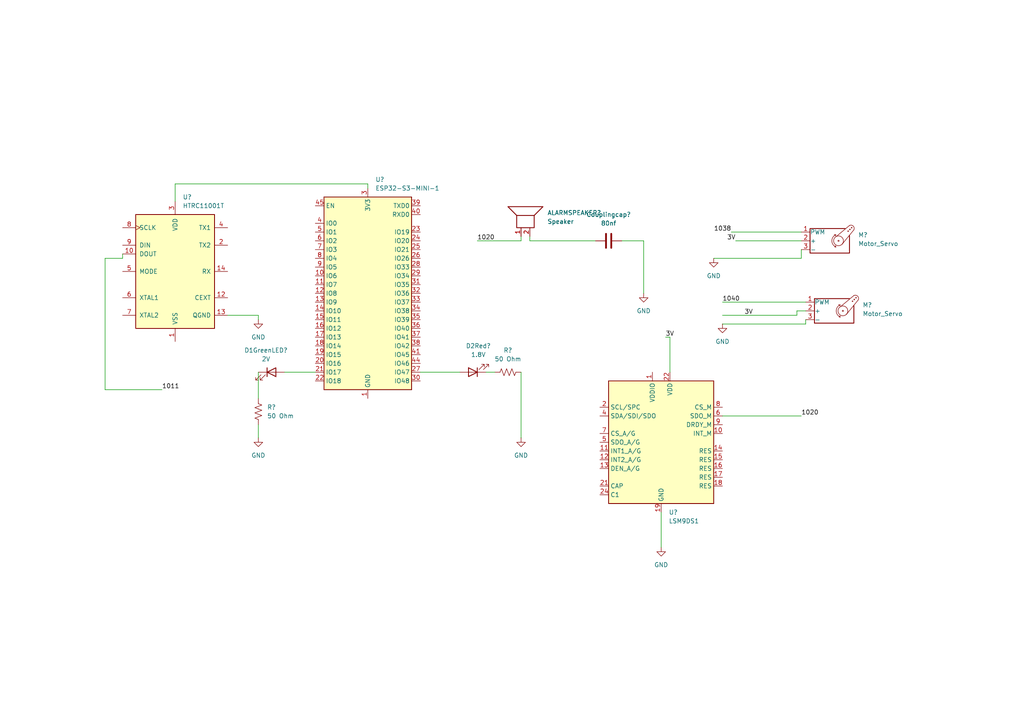
<source format=kicad_sch>
(kicad_sch (version 20231120) (generator "eeschema") (generator_version "8.0")
  (paper "A4")
  (lib_symbols
    (symbol "Device:C" (pin_numbers hide) (pin_names (offset 0.254))
      (property "Reference" "C" (at 0.635 2.54 0))
      (property "Value" "C" (at 0.635 -2.54 0))
      (symbol "C_0_1"
        (polyline (pts (xy -2.032 -0.762) (xy 2.032 -0.762)) (stroke (width 0.508)))
        (polyline (pts (xy -2.032 0.762) (xy 2.032 0.762)) (stroke (width 0.508)))
      )
      (symbol "C_1_1"
        (pin passive line (at 0 3.81 270) (length 2.794) (name "~") (number "1"))
        (pin passive line (at 0 -3.81 90) (length 2.794) (name "~") (number "2"))
      )
    )
    (symbol "Device:LED" (pin_numbers hide) (pin_names (offset 1.016) hide)
      (property "Reference" "D" (at 0 2.54 0))
      (property "Value" "LED" (at 0 -2.54 0))
      (symbol "LED_0_1"
        (polyline (pts (xy -1.27 -1.27) (xy -1.27 1.27)) (stroke (width 0.254)))
        (polyline (pts (xy -1.27 0) (xy 1.27 0)))
        (polyline (pts (xy 1.27 -1.27) (xy 1.27 1.27) (xy -1.27 0) (xy 1.27 -1.27)) (stroke (width 0.254)))
        (polyline (pts (xy -3.048 -0.762) (xy -4.572 -2.286) (xy -3.81 -2.286) (xy -4.572 -2.286) (xy -4.572 -1.524)))
        (polyline (pts (xy -1.778 -0.762) (xy -3.302 -2.286) (xy -2.54 -2.286) (xy -3.302 -2.286) (xy -3.302 -1.524)))
      )
      (symbol "LED_1_1"
        (pin passive line (at -3.81 0 0) (length 2.54) (name "K") (number "1"))
        (pin passive line (at 3.81 0 180) (length 2.54) (name "A") (number "2"))
      )
    )
    (symbol "Device:R_US" (pin_numbers hide) (pin_names (offset 0))
      (property "Reference" "R" (at 2.54 0 90))
      (property "Value" "R_US" (at -2.54 0 90))
      (symbol "R_US_0_1"
        (polyline (pts (xy 0 -2.286) (xy 0 -2.54)))
        (polyline (pts (xy 0 2.286) (xy 0 2.54)))
        (polyline (pts (xy 0 -0.762) (xy 1.016 -1.143) (xy 0 -1.524) (xy -1.016 -1.905) (xy 0 -2.286)))
        (polyline (pts (xy 0 0.762) (xy 1.016 0.381) (xy 0 0) (xy -1.016 -0.381) (xy 0 -0.762)))
        (polyline (pts (xy 0 2.286) (xy 1.016 1.905) (xy 0 1.524) (xy -1.016 1.143) (xy 0 0.762)))
      )
      (symbol "R_US_1_1"
        (pin passive line (at 0 3.81 270) (length 1.27) (name "~") (number "1"))
        (pin passive line (at 0 -3.81 90) (length 1.27) (name "~") (number "2"))
      )
    )
    (symbol "Device:Speaker" (pin_names (offset 0) hide)
      (property "Reference" "LS" (at 1.27 5.715 0))
      (property "Value" "Speaker" (at 1.27 3.81 0))
      (symbol "Speaker_0_0"
        (rectangle (start -2.54 1.27) (end 1.016 -3.81) (stroke (width 0.254)))
        (polyline (pts (xy 1.016 1.27) (xy 3.556 3.81) (xy 3.556 -6.35) (xy 1.016 -3.81)) (stroke (width 0.254)))
      )
      (symbol "Speaker_1_1"
        (pin input line (at -5.08 0 0) (length 2.54) (name "1") (number "1"))
        (pin input line (at -5.08 -2.54 0) (length 2.54) (name "2") (number "2"))
      )
    )
    (symbol "Motor:Motor_Servo" (pin_names (offset 0.0254))
      (property "Reference" "M" (at -5.08 4.445 0))
      (property "Value" "Motor_Servo" (at -5.08 -4.064 0))
      (symbol "Motor_Servo_0_1"
        (polyline (pts (xy 2.413 -1.778) (xy 2.032 -1.778)))
        (polyline (pts (xy 2.413 -1.778) (xy 2.286 -1.397)))
        (polyline (pts (xy 2.413 1.778) (xy 1.905 1.778)))
        (polyline (pts (xy 2.413 1.778) (xy 2.286 1.397)))
        (polyline (pts (xy 6.35 4.445) (xy 2.54 1.27)))
        (polyline (pts (xy 7.62 3.175) (xy 4.191 -1.016)))
        (polyline (pts (xy 5.08 3.556) (xy -5.08 3.556) (xy -5.08 -3.556) (xy 6.35 -3.556) (xy 6.35 1.524)) (stroke (width 0.254)))
        (arc (start 2.413 1.778) (mid 1.2406 0) (end 2.413 -1.778))
        (circle (center 3.175 0) (radius 0.1778))
        (circle (center 3.175 0) (radius 1.4224))
        (circle (center 5.969 2.794) (radius 0.127))
        (circle (center 6.477 3.302) (radius 0.127))
        (circle (center 6.985 3.81) (radius 0.127))
        (arc (start 7.62 3.175) (mid 7.4485 4.2735) (end 6.35 4.445))
      )
      (symbol "Motor_Servo_1_1"
        (pin passive line (at -7.62 2.54 0) (length 2.54) (name "PWM") (number "1"))
        (pin passive line (at -7.62 0 0) (length 2.54) (name "+") (number "2"))
        (pin passive line (at -7.62 -2.54 0) (length 2.54) (name "-") (number "3"))
      )
    )
    (symbol "RF_Module:ESP32-S3-MINI-1"
      (property "Reference" "U" (at -11.43 29.21 0))
      (property "Value" "ESP32-S3-MINI-1" (at 12.7 29.21 0))
      (symbol "ESP32-S3-MINI-1_0_1"
        (rectangle (start -12.7 27.94) (end 12.7 -27.94) (stroke (width 0.254)) (fill (type background)))
      )
      (symbol "ESP32-S3-MINI-1_1_1"
        (pin power_in line (at 0 -30.48 90) (length 2.54) (name "GND") (number "1"))
        (pin bidirectional line (at -15.24 5.08 0) (length 2.54) (name "IO6") (number "10"))
        (pin bidirectional line (at -15.24 2.54 0) (length 2.54) (name "IO7") (number "11"))
        (pin bidirectional line (at -15.24 0 0) (length 2.54) (name "IO8") (number "12"))
        (pin bidirectional line (at -15.24 -2.54 0) (length 2.54) (name "IO9") (number "13"))
        (pin bidirectional line (at -15.24 -5.08 0) (length 2.54) (name "IO10") (number "14"))
        (pin bidirectional line (at -15.24 -7.62 0) (length 2.54) (name "IO11") (number "15"))
        (pin bidirectional line (at -15.24 -10.16 0) (length 2.54) (name "IO12") (number "16"))
        (pin bidirectional line (at -15.24 -12.7 0) (length 2.54) (name "IO13") (number "17"))
        (pin bidirectional line (at -15.24 -15.24 0) (length 2.54) (name "IO14") (number "18"))
        (pin bidirectional line (at -15.24 -17.78 0) (length 2.54) (name "IO15") (number "19"))
        (pin passive line (at 0 -30.48 90) (length 2.54) hide (name "GND") (number "2"))
        (pin bidirectional line (at -15.24 -20.32 0) (length 2.54) (name "IO16") (number "20"))
        (pin bidirectional line (at -15.24 -22.86 0) (length 2.54) (name "IO17") (number "21"))
        (pin bidirectional line (at -15.24 -25.4 0) (length 2.54) (name "IO18") (number "22"))
        (pin bidirectional line (at 15.24 17.78 180) (length 2.54) (name "IO19") (number "23"))
        (pin bidirectional line (at 15.24 15.24 180) (length 2.54) (name "IO20") (number "24"))
        (pin bidirectional line (at 15.24 12.7 180) (length 2.54) (name "IO21") (number "25"))
        (pin bidirectional line (at 15.24 10.16 180) (length 2.54) (name "IO26") (number "26"))
        (pin bidirectional line (at 15.24 -22.86 180) (length 2.54) (name "IO47") (number "27"))
        (pin bidirectional line (at 15.24 7.62 180) (length 2.54) (name "IO33") (number "28"))
        (pin bidirectional line (at 15.24 5.08 180) (length 2.54) (name "IO34") (number "29"))
        (pin power_in line (at 0 30.48 270) (length 2.54) (name "3V3") (number "3"))
        (pin bidirectional line (at 15.24 -25.4 180) (length 2.54) (name "IO48") (number "30"))
        (pin bidirectional line (at 15.24 2.54 180) (length 2.54) (name "IO35") (number "31"))
        (pin bidirectional line (at 15.24 0 180) (length 2.54) (name "IO36") (number "32"))
        (pin bidirectional line (at 15.24 -2.54 180) (length 2.54) (name "IO37") (number "33"))
        (pin bidirectional line (at 15.24 -5.08 180) (length 2.54) (name "IO38") (number "34"))
        (pin bidirectional line (at 15.24 -7.62 180) (length 2.54) (name "IO39") (number "35"))
        (pin bidirectional line (at 15.24 -10.16 180) (length 2.54) (name "IO40") (number "36"))
        (pin bidirectional line (at 15.24 -12.7 180) (length 2.54) (name "IO41") (number "37"))
        (pin bidirectional line (at 15.24 -15.24 180) (length 2.54) (name "IO42") (number "38"))
        (pin bidirectional line (at 15.24 25.4 180) (length 2.54) (name "TXD0") (number "39"))
        (pin bidirectional line (at -15.24 20.32 0) (length 2.54) (name "IO0") (number "4"))
        (pin bidirectional line (at 15.24 22.86 180) (length 2.54) (name "RXD0") (number "40"))
        (pin bidirectional line (at 15.24 -17.78 180) (length 2.54) (name "IO45") (number "41"))
        (pin passive line (at 0 -30.48 90) (length 2.54) hide (name "GND") (number "42"))
        (pin passive line (at 0 -30.48 90) (length 2.54) hide (name "GND") (number "43"))
        (pin bidirectional line (at 15.24 -20.32 180) (length 2.54) (name "IO46") (number "44"))
        (pin input line (at -15.24 25.4 0) (length 2.54) (name "EN") (number "45"))
        (pin passive line (at 0 -30.48 90) (length 2.54) hide (name "GND") (number "46"))
        (pin passive line (at 0 -30.48 90) (length 2.54) hide (name "GND") (number "47"))
        (pin passive line (at 0 -30.48 90) (length 2.54) hide (name "GND") (number "48"))
        (pin passive line (at 0 -30.48 90) (length 2.54) hide (name "GND") (number "49"))
        (pin bidirectional line (at -15.24 17.78 0) (length 2.54) (name "IO1") (number "5"))
        (pin passive line (at 0 -30.48 90) (length 2.54) hide (name "GND") (number "50"))
        (pin passive line (at 0 -30.48 90) (length 2.54) hide (name "GND") (number "51"))
        (pin passive line (at 0 -30.48 90) (length 2.54) hide (name "GND") (number "52"))
        (pin passive line (at 0 -30.48 90) (length 2.54) hide (name "GND") (number "53"))
        (pin passive line (at 0 -30.48 90) (length 2.54) hide (name "GND") (number "54"))
        (pin passive line (at 0 -30.48 90) (length 2.54) hide (name "GND") (number "55"))
        (pin passive line (at 0 -30.48 90) (length 2.54) hide (name "GND") (number "56"))
        (pin passive line (at 0 -30.48 90) (length 2.54) hide (name "GND") (number "57"))
        (pin passive line (at 0 -30.48 90) (length 2.54) hide (name "GND") (number "58"))
        (pin passive line (at 0 -30.48 90) (length 2.54) hide (name "GND") (number "59"))
        (pin bidirectional line (at -15.24 15.24 0) (length 2.54) (name "IO2") (number "6"))
        (pin passive line (at 0 -30.48 90) (length 2.54) hide (name "GND") (number "60"))
        (pin passive line (at 0 -30.48 90) (length 2.54) hide (name "GND") (number "61"))
        (pin passive line (at 0 -30.48 90) (length 2.54) hide (name "GND") (number "62"))
        (pin passive line (at 0 -30.48 90) (length 2.54) hide (name "GND") (number "63"))
        (pin passive line (at 0 -30.48 90) (length 2.54) hide (name "GND") (number "64"))
        (pin passive line (at 0 -30.48 90) (length 2.54) hide (name "GND") (number "65"))
        (pin bidirectional line (at -15.24 12.7 0) (length 2.54) (name "IO3") (number "7"))
        (pin bidirectional line (at -15.24 10.16 0) (length 2.54) (name "IO4") (number "8"))
        (pin bidirectional line (at -15.24 7.62 0) (length 2.54) (name "IO5") (number "9"))
      )
    )
    (symbol "RF_RFID:HTRC11001T" (pin_names (offset 1.016))
      (property "Reference" "U" (at -11.43 17.78 0))
      (property "Value" "HTRC11001T" (at 2.54 17.78 0))
      (symbol "HTRC11001T_0_1"
        (rectangle (start -11.43 16.51) (end 11.43 -16.51) (stroke (width 0.254)) (fill (type background)))
      )
      (symbol "HTRC11001T_1_1"
        (pin power_in line (at 0 -20.32 90) (length 3.81) (name "VSS") (number "1"))
        (pin output line (at -15.24 5.08 0) (length 3.81) (name "DOUT") (number "10"))
        (pin passive line (at 15.24 -7.62 180) (length 3.81) (name "CEXT") (number "12"))
        (pin passive line (at 15.24 -12.7 180) (length 3.81) (name "QGND") (number "13"))
        (pin input line (at 15.24 0 180) (length 3.81) (name "RX") (number "14"))
        (pin output line (at 15.24 7.62 180) (length 3.81) (name "TX2") (number "2"))
        (pin power_in line (at 0 20.32 270) (length 3.81) (name "VDD") (number "3"))
        (pin output line (at 15.24 12.7 180) (length 3.81) (name "TX1") (number "4"))
        (pin input line (at -15.24 0 0) (length 3.81) (name "MODE") (number "5"))
        (pin input line (at -15.24 -7.62 0) (length 3.81) (name "XTAL1") (number "6"))
        (pin output line (at -15.24 -12.7 0) (length 3.81) (name "XTAL2") (number "7"))
        (pin input clock (at -15.24 12.7 0) (length 3.81) (name "SCLK") (number "8"))
        (pin input line (at -15.24 7.62 0) (length 3.81) (name "DIN") (number "9"))
      )
    )
    (symbol "Sensor_Motion:LSM9DS1"
      (property "Reference" "U" (at -15.24 21.59 0))
      (property "Value" "LSM9DS1" (at -15.24 19.05 0))
      (symbol "LSM9DS1_0_1"
        (rectangle (start -15.24 17.78) (end 15.24 -17.78) (stroke (width 0.254)) (fill (type background)))
      )
      (symbol "LSM9DS1_1_1"
        (pin power_in line (at -2.54 20.32 270) (length 2.54) (name "VDDIO") (number "1"))
        (pin output line (at 17.78 2.54 180) (length 2.54) (name "INT_M") (number "10"))
        (pin output line (at -17.78 -2.54 0) (length 2.54) (name "INT1_A/G") (number "11"))
        (pin output line (at -17.78 -5.08 0) (length 2.54) (name "INT2_A/G") (number "12"))
        (pin input line (at -17.78 -7.62 0) (length 2.54) (name "DEN_A/G") (number "13"))
        (pin bidirectional line (at 17.78 -2.54 180) (length 2.54) (name "RES") (number "14"))
        (pin bidirectional line (at 17.78 -5.08 180) (length 2.54) (name "RES") (number "15"))
        (pin bidirectional line (at 17.78 -7.62 180) (length 2.54) (name "RES") (number "16"))
        (pin bidirectional line (at 17.78 -10.16 180) (length 2.54) (name "RES") (number "17"))
        (pin bidirectional line (at 17.78 -12.7 180) (length 2.54) (name "RES") (number "18"))
        (pin power_in line (at 0 -20.32 90) (length 2.54) (name "GND") (number "19"))
        (pin input line (at -17.78 10.16 0) (length 2.54) (name "SCL/SPC") (number "2"))
        (pin passive line (at 0 -20.32 90) (length 2.54) hide (name "GND") (number "20"))
        (pin passive line (at -17.78 -12.7 0) (length 2.54) (name "CAP") (number "21"))
        (pin power_in line (at 2.54 20.32 270) (length 2.54) (name "VDD") (number "22"))
        (pin passive line (at 2.54 20.32 270) (length 2.54) hide (name "VDD") (number "23"))
        (pin passive line (at -17.78 -15.24 0) (length 2.54) (name "C1") (number "24"))
        (pin passive line (at -2.54 20.32 270) (length 2.54) hide (name "VDDIO") (number "3"))
        (pin bidirectional line (at -17.78 7.62 0) (length 2.54) (name "SDA/SDI/SDO") (number "4"))
        (pin output line (at -17.78 0 0) (length 2.54) (name "SDO_A/G") (number "5"))
        (pin output line (at 17.78 7.62 180) (length 2.54) (name "SDO_M") (number "6"))
        (pin input line (at -17.78 2.54 0) (length 2.54) (name "CS_A/G") (number "7"))
        (pin input line (at 17.78 10.16 180) (length 2.54) (name "CS_M") (number "8"))
        (pin output line (at 17.78 5.08 180) (length 2.54) (name "DRDY_M") (number "9"))
      )
    )
    (symbol "power:GND" (power) (pin_numbers hide) (pin_names (offset 0) hide)
      (property "Value" "GND" (at 0 -3.81 0))
      (symbol "GND_0_1"
        (polyline (pts (xy 0 0) (xy 0 -1.27) (xy 1.27 -1.27) (xy 0 -2.54) (xy -1.27 -1.27) (xy 0 -1.27)))
      )
      (symbol "GND_1_1"
        (pin power_in line (at 0 0 270) (length 0) (name "~") (number "1"))
      )
    )
  )
  (wire (pts (xy 233.68 93.98) (xy 233.68 92.71)))
  (wire (pts (xy 121.92 107.95) (xy 133.35 107.95)))
  (wire (pts (xy 46.99 113.03) (xy 30.48 113.03)))
  (wire (pts (xy 30.48 113.03) (xy 30.48 74.93)))
  (wire (pts (xy 207.01 74.93) (xy 232.41 74.93)))
  (wire (pts (xy 209.55 87.63) (xy 233.68 87.63)))
  (wire (pts (xy 74.93 107.95) (xy 74.93 115.57)))
  (wire (pts (xy 66.04 91.44) (xy 74.93 91.44)))
  (wire (pts (xy 212.09 67.31) (xy 232.41 67.31)))
  (wire (pts (xy 231.14 90.17) (xy 233.68 90.17)))
  (wire (pts (xy 172.72 69.85) (xy 153.67 69.85)))
  (wire (pts (xy 231.14 91.44) (xy 231.14 90.17)))
  (wire (pts (xy 209.55 91.44) (xy 231.14 91.44)))
  (wire (pts (xy 194.31 107.95) (xy 194.31 97.79)))
  (wire (pts (xy 151.13 107.95) (xy 151.13 127)))
  (wire (pts (xy 191.77 148.59) (xy 191.77 158.75)))
  (wire (pts (xy 153.67 68.58) (xy 153.67 69.85)))
  (wire (pts (xy 74.93 123.19) (xy 74.93 127)))
  (wire (pts (xy 30.48 74.93) (xy 35.56 74.93)))
  (wire (pts (xy 186.69 69.85) (xy 186.69 85.09)))
  (wire (pts (xy 74.93 91.44) (xy 74.93 92.71)))
  (wire (pts (xy 50.8 53.34) (xy 50.8 58.42)))
  (wire (pts (xy 232.41 74.93) (xy 232.41 72.39)))
  (wire (pts (xy 209.55 93.98) (xy 233.68 93.98)))
  (wire (pts (xy 50.8 53.34) (xy 106.68 53.34)))
  (wire (pts (xy 209.55 120.65) (xy 232.41 120.65)))
  (wire (pts (xy 138.43 69.85) (xy 151.13 69.85)))
  (wire (pts (xy 82.55 107.95) (xy 91.44 107.95)))
  (wire (pts (xy 140.97 107.95) (xy 143.51 107.95)))
  (wire (pts (xy 151.13 68.58) (xy 151.13 69.85)))
  (wire (pts (xy 180.34 69.85) (xy 186.69 69.85)))
  (wire (pts (xy 106.68 53.34) (xy 106.68 54.61)))
  (wire (pts (xy 213.36 69.85) (xy 232.41 69.85)))
  (wire (pts (xy 194.31 97.79) (xy 193.04 97.79)))
  (wire (pts (xy 35.56 74.93) (xy 35.56 73.66)))
  (label "1020" (at 232.41 120.65 0))
  (label "1020" (at 138.43 69.85 0))
  (label "1040" (at 209.55 87.63 0))
  (label "3V" (at 215.9 91.44 0))
  (label "3V" (at 213.36 69.85 180))
  (label "3V" (at 193.04 97.79 0))
  (label "1038" (at 212.09 67.31 180))
  (label "1011" (at 46.99 113.03 0))
  (symbol (lib_id "Device:Speaker") (at 151.13 63.5 90) (unit 1)
    (property "Reference" "ALARMSPEAKER?" (at 158.75 61.7219 90) (effects (justify right)))
    (property "Value" "Speaker" (at 158.75 64.2619 90) (effects (justify right)))
    (property "Description" "Speaker" (effects (hide yes)))
  )
  (symbol (lib_id "Motor:Motor_Servo") (at 240.03 69.85 0) (unit 1)
    (property "Reference" "M?" (at 248.92 68.1465 0) (effects (justify left)))
    (property "Value" "Motor_Servo" (at 248.92 70.6865 0) (effects (justify left)))
    (property "Datasheet" "http://forums.parallax.com/uploads/attachments/46831/74481.png" (effects (hide yes)))
    (property "Description" "Servo Motor (Futaba, HiTec, JR connector)" (effects (hide yes)))
  )
  (symbol (lib_id "power:GND") (at 191.77 158.75 0) (unit 1)
    (property "Reference" "#PWR07" (effects (hide yes)))
    (property "Value" "GND" (at 191.77 163.83 0))
    (property "Description" "Power symbol creates a global label with name \"GND\" , ground" (effects (hide yes)))
  )
  (symbol (lib_id "Device:R_US") (at 147.32 107.95 270) (unit 1)
    (property "Reference" "R?" (at 147.32 101.6 90))
    (property "Value" "50 Ohm" (at 147.32 104.14 90))
    (property "Footprint" "Resistor_SMD:R_2512_6332Metric" (effects (hide yes)))
    (property "Description" "Resistor, US symbol" (effects (hide yes)))
  )
  (symbol (lib_id "Device:C") (at 176.53 69.85 90) (unit 1)
    (property "Reference" "Couplingcap?" (at 176.53 62.23 90))
    (property "Value" "80nf" (at 176.53 64.77 90))
    (property "Description" "Unpolarized capacitor" (effects (hide yes)))
  )
  (symbol (lib_id "power:GND") (at 74.93 127 0) (unit 1)
    (property "Reference" "#PWR02" (effects (hide yes)))
    (property "Value" "GND" (at 74.93 132.08 0))
    (property "Description" "Power symbol creates a global label with name \"GND\" , ground" (effects (hide yes)))
  )
  (symbol (lib_id "Device:LED") (at 78.74 107.95 0) (unit 1)
    (property "Reference" "D1GreenLED?" (at 77.1525 101.6 0))
    (property "Value" "2V" (at 77.1525 104.14 0))
    (property "Footprint" "LED_SMD:LED_2512_6332Metric" (effects (hide yes)))
    (property "Description" "Light emitting diode" (effects (hide yes)))
  )
  (symbol (lib_id "RF_Module:ESP32-S3-MINI-1") (at 106.68 85.09 0) (unit 1)
    (property "Reference" "U?" (at 108.8741 52.07 0) (effects (justify left)))
    (property "Value" "ESP32-S3-MINI-1" (at 108.8741 54.61 0) (effects (justify left)))
    (property "Footprint" "RF_Module:ESP32-S2-MINI-1" (effects (hide yes)))
    (property "Datasheet" "https://www.espressif.com/sites/default/files/documentation/esp32-s3-mini-1_mini-1u_datasheet_en.pdf" (effects (hide yes)))
    (property "Description" "RF Module, ESP32-S3 SoC, Wi-Fi 802.11b/g/n, Bluetooth, BLE, 32-bit, 3.3V, SMD, onboard antenna" (effects (hide yes)))
  )
  (symbol (lib_id "power:GND") (at 207.01 74.93 0) (unit 1)
    (property "Reference" "#PWR05" (effects (hide yes)))
    (property "Value" "GND" (at 207.01 80.01 0))
    (property "Description" "Power symbol creates a global label with name \"GND\" , ground" (effects (hide yes)))
  )
  (symbol (lib_id "power:GND") (at 186.69 85.09 0) (unit 1)
    (property "Reference" "#PWR01" (effects (hide yes)))
    (property "Value" "GND" (at 186.69 90.17 0))
    (property "Description" "Power symbol creates a global label with name \"GND\" , ground" (effects (hide yes)))
  )
  (symbol (lib_id "power:GND") (at 209.55 93.98 0) (unit 1)
    (property "Reference" "#PWR04" (effects (hide yes)))
    (property "Value" "GND" (at 209.55 99.06 0))
    (property "Description" "Power symbol creates a global label with name \"GND\" , ground" (effects (hide yes)))
  )
  (symbol (lib_id "Device:LED") (at 137.16 107.95 180) (unit 1)
    (property "Reference" "D2Red?" (at 138.7475 100.33 0))
    (property "Value" "1.8V" (at 138.7475 102.87 0))
    (property "Footprint" "LED_SMD:LED_2512_6332Metric" (effects (hide yes)))
    (property "Description" "Light emitting diode" (effects (hide yes)))
  )
  (symbol (lib_id "RF_RFID:HTRC11001T") (at 50.8 78.74 0) (unit 1)
    (property "Reference" "U?" (at 52.9941 57.15 0) (effects (justify left)))
    (property "Value" "HTRC11001T" (at 52.9941 59.69 0) (effects (justify left)))
    (property "Footprint" "Package_SO:SOIC-14_3.9x8.7mm_P1.27mm" (effects (hide yes)))
    (property "Datasheet" "https://www.nxp.com/docs/en/data-sheet/037031.pdf" (effects (hide yes)))
    (property "Description" "HITAG RF Reader Device, SOIC-14" (effects (hide yes)))
  )
  (symbol (lib_id "power:GND") (at 74.93 92.71 0) (unit 1)
    (property "Reference" "#PWR06" (effects (hide yes)))
    (property "Value" "GND" (at 74.93 97.79 0))
    (property "Description" "Power symbol creates a global label with name \"GND\" , ground" (effects (hide yes)))
  )
  (symbol (lib_id "Device:R_US") (at 74.93 119.38 180) (unit 1)
    (property "Reference" "R?" (at 77.47 118.1099 0) (effects (justify right)))
    (property "Value" "50 Ohm" (at 77.47 120.6499 0) (effects (justify right)))
    (property "Footprint" "Resistor_SMD:R_2512_6332Metric" (effects (hide yes)))
    (property "Description" "Resistor, US symbol" (effects (hide yes)))
  )
  (symbol (lib_id "power:GND") (at 151.13 127 0) (unit 1)
    (property "Reference" "#PWR03" (effects (hide yes)))
    (property "Value" "GND" (at 151.13 132.08 0))
    (property "Description" "Power symbol creates a global label with name \"GND\" , ground" (effects (hide yes)))
  )
  (symbol (lib_id "Sensor_Motion:LSM9DS1") (at 191.77 128.27 0) (unit 1)
    (property "Reference" "U?" (at 193.9641 148.59 0) (effects (justify left)))
    (property "Value" "LSM9DS1" (at 193.9641 151.13 0) (effects (justify left)))
    (property "Footprint" "Package_LGA:LGA-24L_3x3.5mm_P0.43mm" (effects (hide yes)))
    (property "Datasheet" "https://www.digikey.com/htmldatasheets/production/1639232/0/0/1/LSM9DS1-Datasheet.pdf" (effects (hide yes)))
    (property "Description" "I2C SPI 9 axis IMU accelerometer gyroscope magnetometer" (effects (hide yes)))
  )
  (symbol (lib_id "Motor:Motor_Servo") (at 241.3 90.17 0) (unit 1)
    (property "Reference" "M?" (at 250.19 88.4665 0) (effects (justify left)))
    (property "Value" "Motor_Servo" (at 250.19 91.0065 0) (effects (justify left)))
    (property "Datasheet" "http://forums.parallax.com/uploads/attachments/46831/74481.png" (effects (hide yes)))
    (property "Description" "Servo Motor (Futaba, HiTec, JR connector)" (effects (hide yes)))
  )
)
</source>
